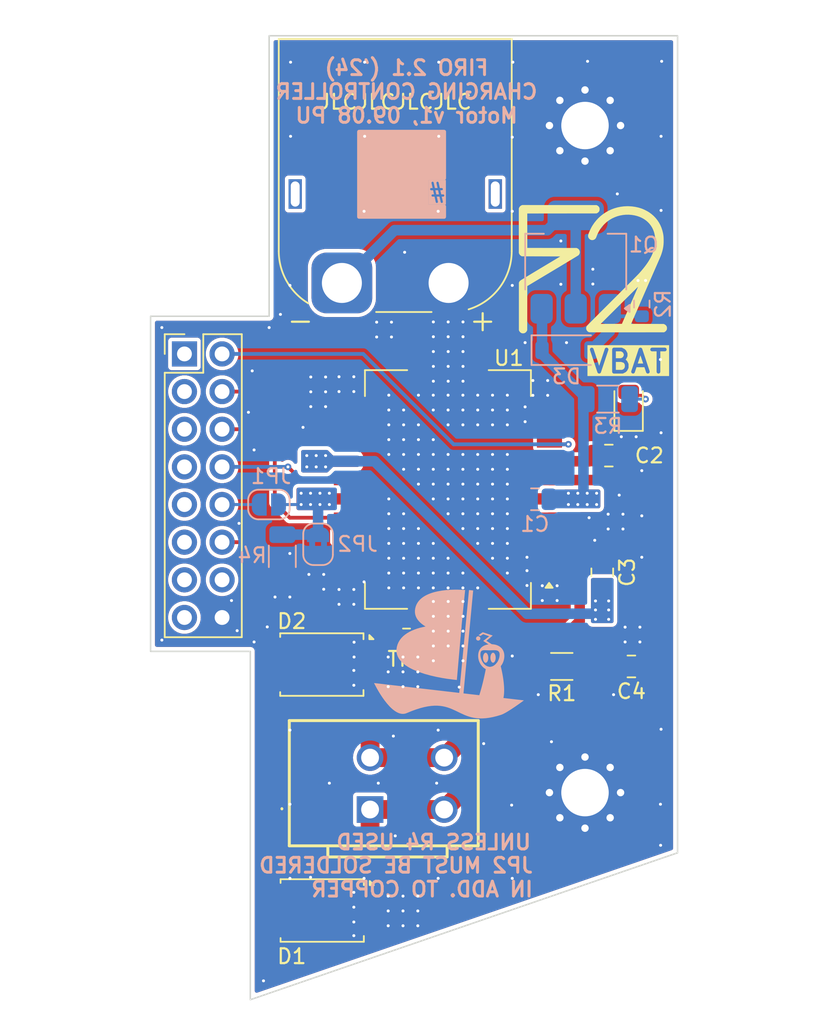
<source format=kicad_pcb>
(kicad_pcb (version 20240108) (generator "pcbnew") (generator_version "8.0")
  (layers (0 "F.Cu" signal) (1 "In1.Cu" signal) (2 "In2.Cu" signal) (31 "B.Cu" signal) (34 "B.Paste" user) (35 "F.Paste" user) (36 "B.SilkS" user "B.Silkscreen") (37 "F.SilkS" user "F.Silkscreen") (38 "B.Mask" user) (39 "F.Mask" user) (44 "Edge.Cuts" user))
  (net 0 "")
  (net 1 "+BATT")
  (net 2 "GND")
  (net 3 "Net-(U1-BOOT1)")
  (net 4 "Net-(D1-K)")
  (net 5 "Net-(U1-BOOT2)")
  (net 6 "Net-(D2-K)")
  (net 7 "Net-(C4-Pad2)")
  (net 8 "Net-(D3-A)")
  (net 9 "Net-(J2-Pin_1)")
  (net 11 "Net-(J3-Pin_2)")
  (net 12 "Net-(J3-Pin_8)")
  (net 14 "Net-(J3-Pin_10)")
  (net 15 "+3.3V")
  (net 16 "+5V")
  (net 18 "Net-(J3-Pin_12)")
  (net 20 "Net-(J3-Pin_6)")
  (net 22 "Net-(J3-Pin_4)")
  (net 25 "Net-(D4-A)")
  (net 26 "Net-(JP1-B)")
  (footprint "firo_footprints:WAGO 2601-3102" (layer "F.Cu") (at 145.736126 118.25117 90)
    (property "Reference" "J1" (hide yes))
    (property "Value" "??" (hide yes))
  )
  (footprint "Package_TO_SOT_SMD:TO-277B" (layer "F.Cu") (at 137.506126 125.06317 -90)
    (property "Reference" "D1")
    (property "Value" "DST5100S")
  )
  (footprint "Package_SO:HSOP-20-1EP_11.0x15.9mm_P1.27mm_SlugDown" (layer "F.Cu") (at 145.990126 96.66117 180)
    (property "Reference" "U1")
    (property "Value" "L6201PS")
  )
  (footprint "Capacitor_SMD:C_0805_2012Metric" (layer "F.Cu") (at 158.370126 108.59917 180)
    (property "Reference" "C4")
    (property "Value" "??")
  )
  (footprint "Resistor_SMD:R_0603_1608Metric" (layer "F.Cu") (at 143.196126 106.56717)
    (property "Reference" "TH1")
    (property "Value" "Board_TH")
  )
  (footprint "Capacitor_SMD:C_0805_2012Metric" (layer "F.Cu") (at 156.846126 94.37517)
    (property "Reference" "C2")
    (property "Value" "10nF")
  )
  (footprint "MountingHole:MountingHole_3.2mm_M3_Pad_Via" (layer "F.Cu") (at 155.239126 117.11017)
    (property "Reference" "H2" (hide yes))
    (property "Value" "MountingHole_Pad")
  )
  (footprint "firo_ID:F2_med" (layer "F.Cu") (at 155.769126 81.80217)
    (property "Reference" "REF**" (hide yes))
    (property "Value" "F2_med")
  )
  (footprint "Resistor_SMD:R_1206_3216Metric" (layer "F.Cu") (at 153.671626 108.59917 180)
    (property "Reference" "R1")
    (property "Value" "10")
  )
  (footprint "LED_SMD:LED_0805_2012Metric" (layer "F.Cu") (at 158.182126 91.02467 90)
    (property "Reference" "D4" (hide yes))
    (property "Value" "G2V4")
  )
  (footprint "MountingHole:MountingHole_3.2mm_M3_Pad_Via" (layer "F.Cu") (at 155.239126 72.11017)
    (property "Reference" "H1" (hide yes))
    (property "Value" "MountingHole_Pad")
  )
  (footprint "Package_TO_SOT_SMD:TO-277B" (layer "F.Cu") (at 137.481126 108.47217 -90)
    (property "Reference" "D2")
    (property "Value" "DST5100S")
  )
  (footprint "Capacitor_SMD:C_0805_2012Metric" (layer "F.Cu") (at 156.404126 102.24917 -90)
    (property "Reference" "C3")
    (property "Value" "10nF")
  )
  (footprint "Connector_AMASS:AMASS_XT60PW-M_1x02_P7.20mm_Horizontal" (layer "F.Cu") (at 138.834126 82.72917)
    (property "Reference" "J2" (hide yes))
    (property "Value" "Conn_01x02_MountingPin")
  )
  (footprint "Connector_PinHeader_2.54mm:PinHeader_2x08_P2.54mm_Vertical" (layer "F.Cu") (at 128.210126 87.51717)
    (property "Reference" "J3" (hide yes))
    (property "Value" "B2B")
  )
  (footprint "Package_TO_SOT_SMD:SOT-223-3_TabPin2" (layer "B.Cu") (at 154.612126 81.31917 90)
    (property "Reference" "Q1")
    (property "Value" "DMP6023LE-13")
  )
  (footprint "Resistor_SMD:R_0603_1608Metric" (layer "B.Cu") (at 159.071126 84.15117 90)
    (property "Reference" "R2")
    (property "Value" "39k")
  )
  (footprint "Resistor_SMD:R_1206_3216Metric" (layer "B.Cu") (at 134.814126 101.17167 90)
    (property "Reference" "R4")
    (property "Value" "Current sense (opt)")
  )
  (footprint "Diode_SMD:D_SOD-123" (layer "B.Cu") (at 153.990126 87.263169)
    (property "Reference" "D3")
    (property "Value" "10V")
  )
  (footprint "Jumper:SolderJumper-2_P1.3mm_Bridged2Bar_RoundedPad1.0x1.5mm" (layer "B.Cu") (at 137.227126 100.35917 90)
    (property "Reference" "JP2")
    (property "Value" "Jumper_2_Small_Bridged")
  )
  (footprint "Jumper:SolderJumper-2_P1.3mm_Open_RoundedPad1.0x1.5mm" (layer "B.Cu") (at 133.910126 97.67717)
    (property "Reference" "JP1")
    (property "Value" "Jumper_2_Small_Open")
  )
  (footprint "Resistor_SMD:R_1206_3216Metric" (layer "B.Cu") (at 156.785126 90.56517)
    (property "Reference" "R3")
    (property "Value" "3k9")
  )
  (footprint "Capacitor_SMD:C_0805_2012Metric" (layer "B.Cu") (at 151.857526 97.32157)
    (property "Reference" "C1")
    (property "Value" "100nF")
  )
  (footprint "BLUE_ID:BLUE_boat_supersmall" (layer "B.Cu") (at 146.330126 108.89517 180)
    (property "Reference" "REF**" (hide yes))
    (property "Value" "BLUE_boat_supersmall")
  )
  (gr_poly (pts (xy 132.655126 107.58317) (xy 132.655126 131.082139) (xy 161.484126 121.17217) (xy 161.484126 66.05417) (xy 133.925126 66.05417) (xy 133.925126 84.97717) (xy 125.924126 84.97717) (xy 125.924126 107.58317)) (stroke (width 0.1)) (fill none) (layer "Edge.Cuts"))
  (gr_text "FIRO 2.1 ('24)\nCHARGING CONTROLLER\nMotor v1, 09.08 PU" (at 143.196126 72.02317 0) (layer "B.SilkS") (effects (font (size 1 1) (thickness 0.2) (bold yes)) (justify bottom mirror)))
  (gr_text "UNLESS R4 USED" (at 151.705126 121.04517 0) (layer "B.SilkS") (effects (font (size 1 1) (thickness 0.2) (bold yes)) (justify left bottom mirror)))
  (gr_text "#" (at 145.863126 77.19817 0) (layer "B.SilkS" knockout) (effects (font (size 1 1)) (justify left bottom mirror)))
  (gr_text "JP2 MUST BE SOLDERED\nIN ADD. TO COPPER" (at 151.832126 124.22017 0) (layer "B.SilkS") (effects (font (size 1 1) (thickness 0.2) (bold yes)) (justify left bottom mirror)))
  (gr_text "JLCJLCJLCJLC" (at 137.2 71.1 0) (layer "F.SilkS") (effects (font (size 1 1)) (justify left bottom)))
  (gr_text "VBAT" (at 155.388126 88.91417 0) (layer "F.SilkS" knockout) (effects (font (size 1.5 1.5) (thickness 0.25) (bold yes)) (justify left bottom)))
  (via (at 156.023126 96.91517) (size 0.45) (drill 0.2) (layers "F.Cu" "B.Cu") (net 1))
  (via (at 156.023126 97.67717) (size 0.45) (drill 0.2) (layers "F.Cu" "B.Cu") (net 1))
  (via (at 155.388126 96.91517) (size 0.45) (drill 0.2) (layers "F.Cu" "B.Cu") (net 1))
  (via (at 154.118126 97.67717) (size 0.45) (drill 0.2) (layers "F.Cu" "B.Cu") (net 1))
  (via (at 154.753126 97.67717) (size 0.45) (drill 0.2) (layers "F.Cu" "B.Cu") (net 1))
  (via (at 155.388126 97.67717) (size 0.45) (drill 0.2) (layers "F.Cu" "B.Cu") (net 1))
  (via (at 154.118126 96.91517) (size 0.45) (drill 0.2) (layers "F.Cu" "B.Cu") (net 1))
  (via (at 154.753126 96.91517) (size 0.45) (drill 0.2) (layers "F.Cu" "B.Cu") (net 1))
  (segment (start 152.340126 84.49717) (end 152.312126 84.46917) (width 0.7112) (layer "B.Cu") (net 1))
  (segment (start 155.134126 90.31117) (end 155.134126 97.29617) (width 0.7112) (layer "B.Cu") (net 1))
  (segment (start 152.340126 87.263169) (end 152.340126 87.51717) (width 0.7112) (layer "B.Cu") (net 1))
  (segment (start 152.340126 87.263169) (end 152.340126 84.49717) (width 0.7112) (layer "B.Cu") (net 1))
  (segment (start 152.340126 87.51717) (end 155.134126 90.31117) (width 0.7112) (layer "B.Cu") (net 1))
  (via (at 149 101.3) (size 0.45) (drill 0.2) (layers "F.Cu" "B.Cu") (net 2))
  (via (at 148 97.3) (size 0.45) (drill 0.2) (layers "F.Cu" "B.Cu") (net 2))
  (via (at 146.006126 106.21817) (size 0.45) (drill 0.2) (layers "F.Cu" "B.Cu") (net 2))
  (via (at 149 95.3) (size 0.45) (drill 0.2) (layers "F.Cu" "B.Cu") (net 2))
  (via (at 133.798126 105.93217) (size 0.45) (drill 0.2) (layers "F.Cu" "B.Cu") (net 2))
  (via (at 145 103.3) (size 0.45) (drill 0.2) (layers "F.Cu" "B.Cu") (net 2))
  (via (at 134.687126 84.85017) (size 0.45) (drill 0.2) (layers "F.Cu" "B.Cu") (net 2))
  (via (at 145.006126 108.21817) (size 0.45) (drill 0.2) (layers "F.Cu" "B.Cu") (net 2))
  (via (at 143 92.3) (size 0.45) (drill 0.2) (layers "F.Cu" "B.Cu") (net 2))
  (via (at 139.640126 89.05717) (size 0.45) (drill 0.2) (layers "F.Cu" "B.Cu") (net 2))
  (via (at 139.640126 125.83917) (size 0.45) (drill 0.2) (layers "F.Cu" "B.Cu") (net 2))
  (via (at 145.006126 107.21817) (size 0.45) (drill 0.2) (layers "F.Cu" "B.Cu") (net 2))
  (via (at 137.735126 91.07317) (size 0.45) (drill 0.2) (layers "F.Cu" "B.Cu") (net 2))
  (via (at 159.071126 101.23317) (size 0.45) (drill 0.2) (layers "F.Cu" "B.Cu") (net 2))
  (via (at 146 97.3) (size 0.45) (drill 0.2) (layers "F.Cu" "B.Cu") (net 2))
  (via (at 142 97.3) (size 0.45) (drill 0.2) (layers "F.Cu" "B.Cu") (net 2))
  (via (at 150 100.3) (size 0.45) (drill 0.2) (layers "F.Cu" "B.Cu") (net 2))
  (via (at 150 98.3) (size 0.45) (drill 0.2) (layers "F.Cu" "B.Cu") (net 2))
  (via (at 146.006126 105.21817) (size 0.45) (drill 0.2) (layers "F.Cu" "B.Cu") (net 2))
  (via (at 144 94.3) (size 0.45) (drill 0.2) (layers "F.Cu" "B.Cu") (net 2))
  (via (at 149 96.3) (size 0.45) (drill 0.2) (layers "F.Cu" "B.Cu") (net 2))
  (via (at 145 101.3) (size 0.45) (drill 0.2) (layers "F.Cu" "B.Cu") (net 2))
  (via (at 139.640126 124.83917) (size 0.45) (drill 0.2) (layers "F.Cu" "B.Cu") (net 2))
  (via (at 152.975126 113.67917) (size 0.45) (drill 0.2) (layers "F.Cu" "B.Cu") (net 2))
  (via (at 151.197126 92.08917) (size 0.45) (drill 0.2) (layers "F.Cu" "B.Cu") (net 2))
  (via (at 143.958126 126.09317) (size 0.45) (drill 0.2) (layers "F.Cu" "B.Cu") (net 2))
  (via (at 151.197126 91.08917) (size 0.45) (drill 0.2) (layers "F.Cu" "B.Cu") (net 2))
  (via (at 152.721126 90.31117) (size 0.45) (drill 0.2) (layers "F.Cu" "B.Cu") (net 2))
  (via (at 160.412166 67.777156) (size 0.45) (drill 0.2) (layers "F.Cu" "B.Cu") (net 2))
  (via (at 144 103.3) (size 0.45) (drill 0.2) (layers "F.Cu" "B.Cu") (net 2))
  (via (at 160.341126 120.66417) (size 0.45) (drill 0.2) (layers "F.Cu" "B.Cu") (net 2))
  (via (at 132.528126 91.45417) (size 0.45) (drill 0.2) (layers "F.Cu" "B.Cu") (net 2))
  (via (at 159.071126 95.39117) (size 0.45) (drill 0.2) (layers "F.Cu" "B.Cu") (net 2))
  (via (at 126.686126 106.82117) (size 0.45) (drill 0.2) (layers "F.Cu" "B.Cu") (net 2))
  (via (at 139.640126 90.05717) (size 0.45) (drill 0.2) (layers "F.Cu" "B.Cu") (net 2))
  (via (at 157.801126 98.32817) (size 0.45) (drill 0.2) (layers "F.Cu" "B.Cu") (net 2))
  (via (at 143.958126 109.96417) (size 0.45) (drill 0.2) (layers "F.Cu" "B.Cu") (net 2))
  (via (at 147.006126 105.21817) (size 0.45) (drill 0.2) (layers "F.Cu" "B.Cu") (net 2))
  (via (at 136.211126 92.47017) (size 0.45) (drill 0.2) (layers "F.Cu" "B.Cu") (net 2))
  (via (at 146.006126 104.21817) (size 0.45) (drill 0.2) (layers "F.Cu" "B.Cu") (net 2))
  (via (at 146.006126 86.35817) (size 0.45) (drill 0.2) (layers "F.Cu" "B.Cu") (net 2))
  (via (at 143 102.3) (size 0.45) (drill 0.2) (layers "F.Cu" "B.Cu") (net 2))
  (via (at 145.006126 104.21817) (size 0.45) (drill 0.2) (layers "F.Cu" "B.Cu") (net 2))
  (via (at 160.330126 117.89517) (size 0.45) (drill 0.2) (layers "F.Cu" "B.Cu") (net 2))
  (via (at 148 92.3) (size 0.45) (drill 0.2) (layers "F.Cu" "B.Cu") (net 2))
  (via (at 146.006126 107.21817) (size 0.45) (drill 0.2) (layers "F.Cu" "B.Cu") (net 2))
  (via (at 143 98.3) (size 0.45) (drill 0.2) (layers "F.Cu" "B.Cu") (net 2))
  (via (at 147.006126 89.35817) (size 0.45) (drill 0.2) (layers "F.Cu" "B.Cu") (net 2))
  (via (at 147.006126 106.21817) (size 0.45) (drill 0.2) (layers "F.Cu" "B.Cu") (net 2))
  (via (at 145.006126 106.21817) (size 0.45) (drill 0.2) (layers "F.Cu" "B.Cu") (net 2))
  (via (at 158.817126 82.56417) (size 0.45) (drill 0.2) (layers "F.Cu" "B.Cu") (net 2))
  (via (at 134.322126 103.91617) (size 0.45) (drill 0.2) (layers "F.Cu" "B.Cu") (net 2))
  (via (at 131.893126 98.94717) (size 0.45) (drill 0.2) (layers "F.Cu" "B.Cu") (net 2))
  (via (at 141.958126 125.09317) (size 0.45) (drill 0.2) (layers "F.Cu" "B.Cu") (net 2))
  (via (at 145 100.3) (size 0.45) (drill 0.2) (layers "F.Cu" "B.Cu") (net 2))
  (via (at 148 94.3) (size 0.45) (drill 0.2) (layers "F.Cu" "B.Cu") (net 2))
  (via (at 131.385126 104.15417) (size 0.45) (drill 0.2) (layers "F.Cu" "B.Cu") (net 2))
  (via (at 139.640126 126.76017) (size 0.45) (drill 0.2) (layers "F.Cu" "B.Cu") (net 2))
  (via (at 144 92.3) (size 0.45) (drill 0.2) (layers "F.Cu" "B.Cu") (net 2))
  (via (at 151.721126 89.31117) (size 0.45) (drill 0.2) (layers "F.Cu" "B.Cu") (net 2))
  (via (at 147 95.3) (size 0.45) (drill 0.2) (layers "F.Cu" "B.Cu") (net 2))
  (via (at 145 93.3) (size 0.45) (drill 0.2) (layers "F.Cu" "B.Cu") (net 2))
  (via (at 147 94.3) (size 0.45) (drill 0.2) (layers "F.Cu" "B.Cu") (net 2))
  (via (at 135.330126 112.89517) (size 0.45) (drill 0.2) (layers "F.Cu" "B.Cu") (net 2))
  (via (at 151.324126 102.13817) (size 0.45) (drill 0.2) (layers "F.Cu" "B.Cu") (net 2))
  (via (at 143 103.3) (size 0.45) (drill 0.2) (layers "F.Cu" "B.Cu") (net 2))
  (via (at 145 97.3) (size 0.45) (drill 0.2) (layers "F.Cu" "B.Cu") (net 2))
  (via (at 144 101.3) (size 0.45) (drill 0.2) (layers "F.Cu" "B.Cu") (net 2))
  (via (at 135.322126 100.97917) (size 0.45) (drill 0.2) (layers "F.Cu" "B.Cu") (net 2))
  (via (at 141.180126 86.37417) (size 0.45) (drill 0.2) (layers "F.Cu" "B.Cu") (net 2))
  (via (at 150 91.3) (size 0.45) (drill 0.2) (layers "F.Cu" "B.Cu") (net 2))
  (via (at 147 90.3) (size 0.45) (drill 0.2) (layers "F.Cu" "B.Cu") (net 2))
  (via (at 143 100.3) (size 0.45) (drill 0.2) (layers "F.Cu" "B.Cu") (net 2))
  (via (at 159.325126 82.56417) (size 0.45) (drill 0.2) (layers "F.Cu" "B.Cu") (net 2))
  (via (at 158.944126 105.94817) (size 0.45) (drill 0.2) (layers "F.Cu" "B.Cu") (net 2))
  (via (at 146 92.3) (size 0.45) (drill 0.2) (layers "F.Cu" "B.Cu") (net 2))
  (via (at 141.958126 124.09317) (size 0.45) (drill 0.2) (layers "F.Cu" "B.Cu") (net 2))
  (via (at 143.958126 107.96417) (size 0.45) (drill 0.2) (layers "F.Cu" "B.Cu") (net 2))
  (via (at 141.958126 108.96417) (size 0.45) (drill 0.2) (layers "F.Cu" "B.Cu") (net 2))
  (via (at 146.006126 87.35817) (size 0.45) (drill 0.2) (layers "F.Cu" "B.Cu") (net 2))
  (via (at 147.006126 88.35817) (size 0.45) (drill 0.2) (layers "F.Cu" "B.Cu") (net 2))
  (via (at 153.991126 86.75517) (size 0.45) (drill 0.2) (layers "F.Cu" "B.Cu") (net 2))
  (via (at 137.989126 116.47317) (size 0.45) (drill 0.2) (layers "F.Cu" "B.Cu") (net 2))
  (via (at 160.330126 87.89517) (size 0.45) (drill 0.2) (layers "F.Cu" "B.Cu") (net 2))
  (via (at 143 94.3) (size 0.45) (drill 0.2) (layers "F.Cu" "B.Cu") (net 2))
  (via (at 147 103.3) (size 0.45) (drill 0.2) (layers "F.Cu" "B.Cu") (net 2))
  (via (at 157.944126 106.94817) (size 0.45) (drill 0.2) (layers "F.Cu" "B.Cu") (net 2))
  (via (at 145.330126 122.89517) (size 0.45) (drill 0.2) (layers "F.Cu" "B.Cu") (net 2))
  (via (at 140.330126 102.89517) (size 0.45) (drill 0.2) (layers "F.Cu" "B.Cu") (net 2))
  (via (at 158.690126 93.10517) (size 0.45) (drill 0.2) (layers "F.Cu" "B.Cu") (net 2))
  (via (at 143 91.3) (size 0.45) (drill 0.2) (layers "F.Cu" "B.Cu") (net 2))
  (via (at 136.735126 90.07317) (size 0.45) (drill 0.2) (layers "F.Cu" "B.Cu") (net 2))
  (via (at 145.330126 77.89517) (size 0.45) (drill 0.2) (layers "F.Cu" "B.Cu") (net 2))
  (via (at 157.547126 97.04217) (size 0.45) (drill 0.2) (layers "F.Cu" "B.Cu") (net 2))
  (via (at 140.330126 122.89517) (size 0.45) (drill 0.2) (layers "F.Cu" "B.Cu") (net 2))
  (via (at 137.735126 90.07317) (size 0.45) (drill 0.2) (layers "F.Cu" "B.Cu") (net 2))
  (via (at 143.958126 124.09317) (size 0.45) (drill 0.2) (layers "F.Cu" "B.Cu") (net 2))
  (via (at 142 98.3) (size 0.45) (drill 0.2) (layers "F.Cu" "B.Cu") (net 2))
  (via (at 139.656126 106.96417) (size 0.45) (drill 0.2) (layers "F.Cu" "B.Cu") (net 2))
  (via (at 152.086126 110.50417) (size 0.45) (drill 0.2) (layers "F.Cu" "B.Cu") (net 2))
  (via (at 142 90.3) (size 0.45) (drill 0.2) (layers "F.Cu" "B.Cu") (net 2))
  (via (at 159.071126 98.43917) (size 0.45) (drill 0.2) (layers "F.Cu" "B.Cu") (net 2))
  (via (at 145 91.3) (size 0.45) (drill 0.2) (layers "F.Cu" "B.Cu") (net 2))
  (via (at 140.371146 72.836163) (size 0.45) (drill 0.2) (layers "F.Cu" "B.Cu") (net 2))
  (via (at 160.371146 112.836163) (size 0.45) (drill 0.2) (layers "F.Cu" "B.Cu") (net 2))
  (via (at 151.721126 90.31117) (size 0.45) (drill 0.2) (layers "F.Cu" "B.Cu") (net 2))
  (via (at 151.324126 103.13817) (size 0.45) (drill 0.2) (layers "F.Cu" "B.Cu") (net 2))
  (via (at 135.330126 117.89517) (size 0.45) (drill 0.2) (layers "F.Cu" "B.Cu") (net 2))
  (via (at 148 98.3) (size 0.45) (drill 0.2) (layers "F.Cu" "B.Cu") (net 2))
  (via (at 146.752126 109.99617) (size 0.45) (drill 0.2) (layers "F.Cu" "B.Cu") (net 2))
  (via (at 148 95.3) (size 0.45) (drill 0.2) (layers "F.Cu" "B.Cu") (net 2))
  (via (at 147.006126 87.35817) (size 0.45) (drill 0.2) (layers "F.Cu" "B.Cu") (net 2))
  (via (at 142 92.3) (size 0.45) (drill 0.2) (layers "F.Cu" "B.Cu") (net 2))
  (via (at 139.640126 123.83917) (size 0.45) (drill 0.2) (layers "F.Cu" "B.Cu") (net 2))
  (via (at 133.925126 85.73917) (size 0.45) (drill 0.2) (layers "F.Cu" "B.Cu") (net 2))
  (via (at 143 93.3) (size 0.45) (drill 0.2) (layers "F.Cu" "B.Cu") (net 2))
  (via (at 147 99.3) (size 0.45) (drill 0.2) (layers "F.Cu" "B.Cu") (net 2))
  (via (at 155.769126 81.80217) (size 0.45) (drill 0.2) (layers "F.Cu" "B.Cu") (net 2))
  (via (at 132.909126 106.94817) (size 0.45) (drill 0.2) (layers "F.Cu" "B.Cu") (net 2))
  (via (at 138.640126 103.40817) (size 0.45) (drill 0.2) (layers "F.Cu" "B.Cu") (net 2))
  (via (at 150.330126 82.89517) (size 0.45) (drill 0.2) (layers "F.Cu" "B.Cu") (net 2))
  (via (at 144 95.3) (size 0.45) (drill 0.2) (layers "F.Cu" "B.Cu") (net 2))
  (via (at 149 91.3) (size 0.45) (drill 0.2) (layers "F.Cu" "B.Cu") (net 2))
  (via (at 150.330126 107.89517) (size 0.45) (drill 0.2) (layers "F.Cu" "B.Cu") (net 2))
  (via (at 126.686126 85.73917) (size 0.45) (drill 0.2) (layers "F.Cu" "B.Cu") (net 2))
  (via (at 150.289106 117.954177) (size 0.45) (drill 0.2) (layers "F.Cu" "B.Cu") (net 2))
  (via (at 146 95.3) (size 0.45) (drill 0.2) (layers "F.Cu" "B.Cu") (net 2))
  (via (at 152.721126 89.31117) (size 0.45) (drill 0.2) (layers "F.Cu" "B.Cu") (net 2))
  (via (at 150.330126 122.89517) (size 0.45) (drill 0.2) (layers "F.Cu" "B.Cu") (net 2))
  (via (at 145.371146 67.836163) (size 0.45) (drill 0.2) (layers "F.Cu" "B.Cu") (net 2))
  (via (at 142.958126 107.96417) (size 0.45) (drill 0.2) (layers "F.Cu" "B.Cu") (net 2))
  (via (at 148.403126 113.80617) (size 0.45) (drill 0.2) (layers "F.Cu" "B.Cu") (net 2))
  (via (at 145.228126 116.47317) (size 0.45) (drill 0.2) (layers "F.Cu" "B.Cu") (net 2))
  (via (at 142.958126 109.96417) (size 0.45) (drill 0.2) (layers "F.Cu" "B.Cu") (net 2))
  (via (at 155.769126 82.80217) (size 0.45) (drill 0.2) (layers "F.Cu" "B.Cu") (net 2))
  (via (at 157.420126 76.72217) (size 0.45) (drill 0.2) (layers "F.Cu" "B.Cu") (net 2))
  (via (at 145.330126 112.89517) (size 0.45) (drill 0.2) (layers "F.Cu" "B.Cu") (net 2))
  (via (at 138.640126 104.40817) (size 0.45) (drill 0.2) (layers "F.Cu" "B.Cu") (net 2))
  (via (at 146 96.3) (size 0.45) (drill 0.2) (layers "F.Cu" "B.Cu") (net 2))
  (via (at 140.330126 77.89517) (size 0.45) (drill 0.2) (layers "F.Cu" "B.Cu") (net 2))
  (via (at 135.330126 82.89517) (size 0.45) (drill 0.2) (layers "F.Cu" "B.Cu") (net 2))
  (via (at 136.608126 102.39217) (size 0.45) (drill 0.2) (layers "F.Cu" "B.Cu") (net 2))
  (via (at 155.896126 100.09017) (size 0.45) (drill 0.2) (layers "F.Cu" "B.Cu") (net 2))
  (via (at 143 101.3) (size 0.45) (drill 0.2) (layers "F.Cu" "B.Cu") (net 2))
  (via (at 147.006126 107.21817) (size 0.45) (drill 0.2) (layers "F.Cu" "B.Cu") (net 2))
  (via (at 150.330126 72.89517) (size 0.45) (drill 0.2) (layers "F.Cu" "B.Cu") (net 2))
  (via (at 142 102.3) (size 0.45) (drill 0.2) (layers "F.Cu" "B.Cu") (net 2))
  (via (at 158.944126 106.94817) (size 0.45) (drill 0.2) (layers "F.Cu" "B.Cu") (net 2))
  (via (at 145.371146 72.836163) (size 0.45) (drill 0.2) (layers "F.Cu" "B.Cu") (net 2))
  (via (at 141.958126 107.96417) (size 0.45) (drill 0.2) (layers "F.Cu" "B.Cu") (net 2))
  (via (at 150.330126 77.89517) (size 0.45) (drill 0.2) (layers "F.Cu" "B.Cu") (net 2))
  (via (at 150 96.3) (size 0.45) (drill 0.2) (layers "F.Cu" "B.Cu") (net 2))
  (via (at 157.690126 93.10517) (size 0.45) (drill 0.2) (layers "F.Cu" "B.Cu") (net 2))
  (via (at 137.735126 89.07317) (size 0.45) (drill 0.2) (layers "F.Cu" "B.Cu") (net 2))
  (via (at 147 98.3) (size 0.45) (drill 0.2) (layers "F.Cu" "B.Cu") (net 2))
  (via (at 150 92.3) (size 0.45) (drill 0.2) (layers "F.Cu" "B.Cu") (net 2))
  (via (at 146 103.3) (size 0.45) (drill 0.2) (layers "F.Cu" "B.Cu") (net 2))
  (via (at 147 97.3) (size 0.45) (drill 0.2) (layers "F.Cu" "B.Cu") (net 2))
  (via (at 150 94.3) (size 0.45) (drill 0.2) (layers "F.Cu" "B.Cu") (net 2))
  (via (at 141.958126 109.96417) (size 0.45) (drill 0.2) (layers "F.Cu" "B.Cu") (net 2))
  (via (at 137.608126 103.39217) (size 0.45) (drill 0.2) (layers "F.Cu" "B.Cu") (net 2))
  (via (at 150 102.3) (size 0.45) (drill 0.2) (layers "F.Cu" "B.Cu") (net 2))
  (via (at 145 95.3) (size 0.45) (drill 0.2) (layers "F.Cu" "B.Cu") (net 2))
  (via (at 146 102.3) (size 0.45) (drill 0.2) (layers "F.Cu" "B.Cu") (net 2))
  (via (at 155.412166 67.777156) (size 0.45) (drill 0.2) (layers "F.Cu" "B.Cu") (net 2))
  (via (at 147 102.3) (size 0.45) (drill 0.2) (layers "F.Cu" "B.Cu") (net 2))
  (via (at 143 95.3) (size 0.45) (drill 0.2) (layers "F.Cu" "B.Cu") (net 2))
  (via (at 152.356126 104.15417) (size 0.45) (drill 0.2) (layers "F.Cu" "B.Cu") (net 2))
  (via (at 146.006126 88.35817) (size 0.45) (drill 0.2) (layers "F.Cu" "B.Cu") (net 2))
  (via (at 149 92.3) (size 0.45) (drill 0.2) (layers "F.Cu" "B.Cu") (net 2))
  (via (at 150 99.3) (size 0.45) (drill 0.2) (layers "F.Cu" "B.Cu") (net 2))
  (via (at 153.610126 79.89717) (size 0.45) (drill 0.2) (layers "F.Cu" "B.Cu") (net 2))
  (via (at 146 90.3) (size 0.45) (drill 0.2) (layers "F.Cu" "B.Cu") (net 2))
  (via (at 144 90.3) (size 0.45) (drill 0.2) (layers "F.Cu" "B.Cu") (net 2))
  (via (at 145.006126 87.35817) (size 0.45) (drill 0.2) (layers "F.Cu" "B.Cu") (net 2))
  (via (at 144 99.3) (size 0.45) (drill 0.2) (layers "F.Cu" "B.Cu") (net 2))
  (via (at 142 100.3) (size 0.45) (drill 0.2) (layers "F.Cu" "B.Cu") (net 2))
  (via (at 147.006126 108.21817) (size 0.45) (drill 0.2) (layers "F.Cu" "B.Cu") (net 2))
  (via (at 139.640126 109.86917) (size 0.45) (drill 0.2) (layers "F.Cu" "B.Cu") (net 2))
  (via (at 144 96.3) (size 0.45) (drill 0.2) (layers "F.Cu" "B.Cu") (net 2))
  (via (at 142 91.3) (size 0.45) (drill 0.2) (layers "F.Cu" "B.Cu") (net 2))
  (via (at 148 99.3) (size 0.45) (drill 0.2) (layers "F.Cu" "B.Cu") (net 2))
  (via (at 139.640126 103.40817) (size 0.45) (drill 0.2) (layers "F.Cu" "B.Cu") (net 2))
  (via (at 157.801126 99.32817) (size 0.45) (drill 0.2) (layers "F.Cu" "B.Cu") (net 2))
  (via (at 149 97.3) (size 0.45) (drill 0.2) (layers "F.Cu" "B.Cu") (net 2))
  (via (at 135.371146 72.836163) (size 0.45) (drill 0.2) (layers "F.Cu" "B.Cu") (net 2))
  (via (at 160.371146 77.836163) (size 0.45) (drill 0.2) (layers "F.Cu" "B.Cu") (net 2))
  (via (at 141.958126 126.09317) (size 0.45) (drill 0.2) (layers "F.Cu" "B.Cu") (net 2))
  (via (at 145.006126 85.35817) (size 0.45) (drill 0.2) (layers "F.Cu" "B.Cu") (net 2))
  (via (at 148 96.3) (size 0.45) (drill 0.2) (layers "F.Cu" "B.Cu") (net 2))
  (via (at 136.735126 89.07317) (size 0.45) (drill 0.2) (layers "F.Cu" "B.Cu") (net 2))
  (via (at 133.544126 129.80817) (size 0.45) (drill 0.2) (layers "F.Cu" "B.Cu") (net 2))
  (via (at 160.371146 92.836163) (size 0.45) (drill 0.2) (layers "F.Cu" "B.Cu") (net 2))
  (via (at 135.322126 103.91617) (size 0.45) (drill 0.2) (layers "F.Cu" "B.Cu") (net 2))
  (via (at 143 99.3) (size 0.45) (drill 0.2) (layers "F.Cu" "B.Cu") (net 2))
  (via (at 145 90.3) (size 0.45) (drill 0.2) (layers "F.Cu" "B.Cu") (net 2))
  (via (at 150.371146 67.836163) (size 0.45) (drill 0.2) (layers "F.Cu" "B.Cu") (net 2))
  (via (at 139.640126 104.40817) (size 0.45) (drill 0.2) (layers "F.Cu" "B.Cu") (net 2))
  (via (at 149 94.3) (size 0.45) (drill 0.2) (layers "F.Cu" "B.Cu") (net 2))
  (via (at 142.180126 85.37417) (size 0.45) (drill 0.2) (layers "F.Cu" "B.Cu") (net 2))
  (via (at 135.330126 122.89517) (size 0.45) (drill 0.2) (layers "F.Cu" "B.Cu") (net 2))
  (via (at 142.434126 120.02917) (size 0.45) (drill 0.2) (layers "F.Cu" "B.Cu") (net 2))
  (via (at 146 101.3) (size 0.45) (drill 0.2) (layers "F.Cu" "B.Cu") (net 2))
  (via (at 143.958126 125.09317) (size 0.45) (drill 0.2) (layers "F.Cu" "B.Cu") (net 2))
  (via (at 144 102.3) (size 0.45) (drill 0.2) (layers "F.Cu" "B.Cu") (net 2))
  (via (at 145 102.3) (size 0.45) (drill 0.2) (layers "F.Cu" "B.Cu") (net 2))
  (via (at 146.006126 85.35817) (size 0.45) (drill 0.2) (layers "F.Cu" "B.Cu") (net 2))
  (via (at 139.656126 107.96417) (size 0.45) (drill 0.2) (layers "F.Cu" "B.Cu") (net 2))
  (via (at 142.958126 126.09317) (size 0.45) (drill 0.2) (layers "F.Cu" "B.Cu") (net 2))
  (via (at 147 96.3) (size 0.45) (drill 0.2) (layers "F.Cu" "B.Cu") (net 2))
  (via (at 150 95.3) (size 0.45) (drill 0.2) (layers "F.Cu" "B.Cu") (net 2))
  (via (at 147 92.3) (size 0.45) (drill 0.2) (layers "F.Cu" "B.Cu") (net 2))
  (via (at 142.958126 108.96417) (size 0.45) (drill 0.2) (layers "F.Cu" "B.Cu") (net 2))
  (via (at 145.006126 88.35817) (size 0.45) (drill 0.2) (layers "F.Cu" "B.Cu") (net 2))
  (via (at 150 97.3) (size 0.45) (drill 0.2) (layers "F.Cu" "B.Cu") (net 2))
  (via (at 137.608126 102.39217) (size 0.45) (drill 0.2) (layers "F.Cu" "B.Cu") (net 2))
  (via (at 138.640126 90.05717) (size 0.45) (drill 0.2) (layers "F.Cu" "B.Cu") (net 2))
  (via (at 156.801126 98.32817) (size 0.45) (drill 0.2) (layers "F.Cu" "B.Cu") (net 2))
  (via (at 142.180126 86.37417) (size 0.45) (drill 0.2) (layers "F.Cu" "B.Cu") (net 2))
  (via (at 143.069126 80.65917) (size 0.45) (drill 0.2) (layers "F.Cu" "B.Cu") (net 2))
  (via (at 150 101.3) (size 0.45) (drill 0.2) (layers "F.Cu" "B.Cu") (net 2))
  (via (at 136.719126 122.82317) (size 0.45) (drill 0.2) (layers "F.Cu" "B.Cu") (net 2))
  (via (at 149 100.3) (size 0.45) (drill 0.2) (layers "F.Cu" "B.Cu") (net 2))
  (via (at 145.006126 105.21817) (size 0.45) (drill 0.2) (layers "F.Cu" "B.Cu") (net 2))
  (via (at 142 94.3) (size 0.45) (drill 0.2) (layers "F.Cu" "B.Cu") (net 2))
  (via (at 152.356126 103.15417) (size 0.45) (drill 0.2) (layers "F.Cu" "B.Cu") (net 2))
  (via (at 147.006126 85.35817) (size 0.45) (drill 0.2) (layers "F.Cu" "B.Cu") (net 2))
  (via (at 142 93.3) (size 0.45) (drill 0.2) (layers "F.Cu" "B.Cu") (net 2))
  (via (at 143.958126 108.96417) (size 0.45) (drill 0.2) (layers "F.Cu" "B.Cu") (net 2))
  (via (at 141.291126 116.47317) (size 0.45) (drill 0.2) (layers "F.Cu" "B.Cu") (net 2))
  (via (at 139.640126 108.86917) (size 0.45) (drill 0.2) (layers "F.Cu" "B.Cu") (net 2))
  (via (at 147.006126 104.21817) (size 0.45) (drill 0.2) (layers "F.Cu" "B.Cu") (net 2))
  (via (at 151.324126 101.23317) (size 0.45) (drill 0.2) (layers "F.Cu" "B.Cu") (net 2))
  (via (at 140.371146 67.836163) (size 0.45) (drill 0.2) (layers "F.Cu" "B.Cu") (net 2))
  (via (at 136.735126 91.07317) (size 0.45) (drill 0.2) (layers "F.Cu" "B.Cu") (net 2))
  (via (at 144 93.3) (size 0.45) (drill 0.2) (layers "F.Cu" "B.Cu") (net 2))
  (via (at 142.958126 124.09317) (size 0.45) (drill 0.2) (layers "F.Cu" "B.Cu") (net 2))
  (via (at 153.610126 82.81817) (size 0.45) (drill 0.2) (layers "F.Cu" "B.Cu") (net 2))
  (via (at 148 103.3) (size 0.45) (drill 0.2) (layers "F.Cu" "B.Cu") (net 2))
  (via (at 160.371146 72.836163) (size 0.45) (drill 0.2) (layers "F.Cu" "B.Cu") (net 2))
  (via (at 148 100.3) (size 0.45) (drill 0.2) (layers "F.Cu" "B.Cu") (net 2))
  (via (at 132.909126 93.99417) (size 0.45) (drill 0.2) (layers "F.Cu" "B.Cu") (net 2))
  (via (at 145.006126 89.35817) (size 0.45) (drill 0.2) (layers "F.Cu" "B.Cu") (net 2))
  (via (at 149 99.3) (size 0.45) (drill 0.2) (layers "F.Cu" "B.Cu") (net 2))
  (via (at 132.782126 88.66017) (size 0.45) (drill 0.2) (layers "F.Cu" "B.Cu") (net 2))
  (via (at 150 90.3) (size 0.45) (drill 0.2) (layers "F.Cu" "B.Cu") (net 2))
  (via (at 145.006126 86.35817) (size 0.45) (drill 0.2) (layers "F.Cu" "B.Cu") (net 2))
  (via (at 148 90.3) (size 0.45) (drill 0.2) (layers "F.Cu" "B.Cu") (net 2))
  (via (at 146.006126 89.35817) (size 0.45) (drill 0.2) (layers "F.Cu" "B.Cu") (net 2))
  (via (at 157.944126 105.94817) (size 0.45) (drill 0.2) (layers "F.Cu" "B.Cu") (net 2))
  (via (at 142 99.3) (size 0.45) (drill 0.2) (layers "F.Cu" "B.Cu") (net 2))
  (via (at 151.197126 86.75517) (size 0.45) (drill 0.2) (layers "F.Cu" "B.Cu") (net 2))
  (via (at 145 96.3) (size 0.45) (drill 0.2) (layers "F.Cu" "B.Cu") (net 2))
  (via (at 153.356126 104.15417) (size 0.45) (drill 0.2) (layers "F.Cu" "B.Cu") (net 2))
  (via (at 153.356126 103.15417) (size 0.45) (drill 0.2) (layers "F.Cu" "B.Cu") (net 2))
  (via (at 146 98.3) (size 0.45) (drill 0.2) (layers "F.Cu" "B.Cu") (net 2))
  (via (at 147.006126 86.35817) (size 0.45) (drill 0.2) (layers "F.Cu" "B.Cu") (net 2))
  (via (at 145 94.3) (size 0.45) (drill 0.2) (layers "F.Cu" "B.Cu") (net 2))
  (via (at 131.766126 106.18617) (size 0.45) (drill 0.2) (layers "F.Cu" "B.Cu") (net 2))
  (via (at 157.166126 110.50417) (size 0.45) (drill 0.2) (layers "F.Cu" "B.Cu") (net 2))
  (via (at 146 91.3) (size 0.45) (drill 0.2) (layers "F.Cu" "B.Cu") (net 2))
  (via (at 142 103.3) (size 0.45) (drill 0.2) (layers "F.Cu" "B.Cu") (net 2))
  (via (at 149 98.3) (size 0.45) (drill 0.2) (layers "F.Cu" "B.Cu") (net 2))
  (via (at 144 100.3) (size 0.45) (drill 0.2) (layers "F.Cu" "B.Cu") (net 2))
  (via (at 135.371146 67.836163) (size 0.45) (drill 0.2) (layers "F.Cu" "B.Cu") (net 2))
  (via (at 142 101.3) (size 0.45) (drill 0.2) (layers "F.Cu" "B.Cu") (net 2))
  (via (at 148 91.3) (size 0.45) (drill 0.2) (layers "F.Cu" "B.Cu") (net 2))
  (via (at 149 90.3) (size 0.45) (drill 0.2) (layers "F.Cu" "B.Cu") (net 2))
  (via (at 138.640126 89.05717) (size 0.45) (drill 0.2) (layers "F.Cu" "B.Cu") (net 2))
  (via (at 156.801126 99.32817) (size 0.45) (drill 0.2) (layers "F.Cu" "B.Cu") (net 2))
  (via (at 142.958126 125.09317) (size 0.45) (drill 0.2) (layers "F.Cu" "B.Cu") (net 2))
  (via (at 147 91.3) (size 0.45) (drill 0.2) (layers "F.Cu" "B.Cu") (net 2))
  (via (at 142.307126 113.29817) (size 0.45) (drill 0.2) (layers "F.Cu" "B.Cu") (net 2))
  (via (at 146 94.3) (size 0.45) (drill 0.2) (layers "F.Cu" "B.Cu") (net 2))
  (via (at 155.515126 98.56617) (size 0.45) (drill 0.2) (layers "F.Cu" "B.Cu") (net 2))
  (via (at 141.180126 85.37417) (size 0.45) (drill 0.2) (layers "F.Cu" "B.Cu") (net 2))
  (segment (start 155.515126 94.75617) (end 155.896126 94.37517) (width 0.7112) (layer "F.Cu") (net 3))
  (segment (start 152.840126 94.75617) (end 155.515126 94.75617) (width 0.7112) (layer "F.Cu") (net 3))
  (segment (start 152.086126 111.90117) (end 145.736126 118.25117) (width 1.27) (layer "F.Cu") (net 4))
  (segment (start 159.320126 108.59917) (end 159.972626 107.94667) (width 0.7112) (layer "F.Cu") (net 4))
  (segment (start 157.796126 95.76717) (end 158.055126 96.02617) (width 0.7112) (layer "F.Cu") (net 4))
  (segment (start 157.796126 94.37517) (end 157.796126 95.76717) (width 0.7112) (layer "F.Cu") (net 4))
  (segment (start 159.320126 110.50917) (end 157.928126 111.90117) (width 1.27) (layer "F.Cu") (net 4))
  (segment (start 159.320126 108.59917) (end 159.320126 110.50917) (width 1.27) (layer "F.Cu") (net 4))
  (segment (start 159.972626 97.94367) (end 158.055126 96.02617) (width 0.7112) (layer "F.Cu") (net 4))
  (segment (start 140.736126 118.25117) (end 145.736126 118.25117) (width 1.27) (layer "F.Cu") (net 4))
  (segment (start 140.736126 118.25117) (end 140.736126 120.63317) (width 1.27) (layer "F.Cu") (net 4))
  (segment (start 157.928126 111.90117) (end 152.086126 111.90117) (width 1.27) (layer "F.Cu") (net 4))
  (segment (start 152.840126 96.02617) (end 158.055126 96.02617) (width 0.7112) (layer "F.Cu") (net 4))
  (segment (start 159.972626 107.94667) (end 159.972626 97.94367) (width 0.7112) (layer "F.Cu") (net 4))
  (segment (start 140.736126 120.63317) (end 136.306126 125.06317) (width 1.27) (layer "F.Cu") (net 4))
  (via (at 136.465126 95.13717) (size 0.45) (drill 0.2) (layers "F.Cu" "B.Cu") (net 5))
  (via (at 136.465126 94.37517) (size 0.45) (drill 0.2) (layers "F.Cu" "B.Cu") (net 5))
  (via (at 137.100126 95.13717) (size 0.45) (drill 0.2) (layers "F.Cu" "B.Cu") (net 5))
  (via (at 137.735126 95.13717) (size 0.45) (drill 0.2) (layers "F.Cu" "B.Cu") (net 5))
  (via (at 155.946926 104.78917) (size 0.45) (drill 0.2) (layers "F.Cu" "B.Cu") (net 5))
  (via (at 156.835926 104.17957) (size 0.45) (drill 0.2) (layers "F.Cu" "B.Cu") (net 5))
  (via (at 137.735126 94.37517) (size 0.45) (drill 0.2) (layers "F.Cu" "B.Cu") (net 5))
  (via (at 137.100126 94.37517) (size 0.45) (drill 0.2) (layers "F.Cu" "B.Cu") (net 5))
  (via (at 155.946926 105.42417) (size 0.45) (drill 0.2) (layers "F.Cu" "B.Cu") (net 5))
  (via (at 155.946926 104.17957) (size 0.45) (drill 0.2) (layers "F.Cu" "B.Cu") (net 5))
  (via (at 156.835926 105.42417) (size 0.45) (drill 0.2) (layers "F.Cu" "B.Cu") (net 5))
  (via (at 156.835926 104.78917) (size 0.45) (drill 0.2) (layers "F.Cu" "B.Cu") (net 5))
  (segment (start 141.037126 94.75617) (end 151.324126 105.04317) (width 0.7112) (layer "B.Cu") (net 5))
  (segment (start 139.259126 94.75617) (end 137.735126 94.75617) (width 0.7112) (layer "B.Cu") (net 5))
  (segment (start 151.324126 105.04317) (end 156.277126 105.04317) (width 0.7112) (layer "B.Cu") (net 5))
  (segment (start 139.259126 94.75617) (end 141.037126 94.75617) (width 0.7112) (layer "B.Cu") (net 5))
  (segment (start 156.404126 101.29917) (end 154.946126 101.29917) (width 0.7112) (layer "F.Cu") (net 6))
  (segment (start 152.209126 108.59917) (end 151.888126 108.59917) (width 1.27) (layer "F.Cu") (net 6))
  (segment (start 152.209126 108.22217) (end 152.209126 108.59917) (width 0.508) (layer "F.Cu") (net 6))
  (segment (start 140.736126 114.75117) (end 140.736126 112.92717) (width 1.27) (layer "F.Cu") (net 6))
  (segment (start 152.840126 98.56617) (end 154.198126 98.56617) (width 0.7112) (layer "F.Cu") (net 6))
  (segment (start 154.880126 99.24817) (end 154.880126 101.23317) (width 0.7112) (layer "F.Cu") (net 6))
  (segment (start 140.736126 112.92717) (end 136.281126 108.47217) (width 1.27) (layer "F.Cu") (net 6))
  (segment (start 154.946126 101.29917) (end 154.880126 101.23317) (width 0.7112) (layer "F.Cu") (net 6))
  (segment (start 151.888126 108.59917) (end 145.736126 114.75117) (width 1.27) (layer "F.Cu") (net 6))
  (segment (start 140.736126 114.75117) (end 145.736126 114.75117) (width 1.27) (layer "F.Cu") (net 6))
  (segment (start 154.198126 98.56617) (end 154.880126 99.24817) (width 0.7112) (layer "F.Cu") (net 6))
  (segment (start 154.880126 101.23317) (end 154.880126 105.55117) (width 0.7112) (layer "F.Cu") (net 6))
  (segment (start 154.880126 105.55117) (end 152.209126 108.22217) (width 0.7112) (layer "F.Cu") (net 6))
  (segment (start 155.134126 108.59917) (end 157.420126 108.59917) (width 1.27) (layer "F.Cu") (net 7))
  (segment (start 157.419126 84.97617) (end 156.912126 84.46917) (width 0.254) (layer "B.Cu") (net 8))
  (segment (start 156.912126 85.991169) (end 155.640126 87.263169) (width 0.7112) (layer "B.Cu") (net 8))
  (segment (start 156.912126 84.46917) (end 156.912126 85.991169) (width 0.7112) (layer "B.Cu") (net 8))
  (segment (start 159.071126 84.97617) (end 157.419126 84.97617) (width 0.254) (layer "B.Cu") (net 8))
  (segment (start 138.834126 82.72917) (end 142.394126 79.16917) (width 0.7112) (layer "B.Cu") (net 9))
  (segment (start 142.394126 79.16917) (end 152.694153 79.16917) (width 0.7112) (layer "B.Cu") (net 9))
  (segment (start 152.694153 79.16917) (end 153.694153 78.16917) (width 0.7112) (layer "B.Cu") (net 9))
  (segment (start 154.612126 78.16917) (end 154.612126 84.46917) (width 0.7112) (layer "B.Cu") (net 9))
  (segment (start 153.694153 78.16917) (end 154.612126 78.16917) (width 0.7112) (layer "B.Cu") (net 9))
  (segment (start 152.967126 93.61317) (end 152.840126 93.48617) (width 0.254) (layer "F.Cu") (net 11))
  (segment (start 154.118126 93.61317) (end 152.967126 93.61317) (width 0.254) (layer "F.Cu") (net 11))
  (via (at 154.118126 93.61317) (size 0.45) (drill 0.2) (layers "F.Cu" "B.Cu") (net 11))
  (segment (start 140.275126 87.51717) (end 130.750126 87.51717) (width 0.254) (layer "B.Cu") (net 11))
  (segment (start 146.371126 93.61317) (end 140.275126 87.51717) (width 0.254) (layer "B.Cu") (net 11))
  (segment (start 154.118126 93.61317) (end 146.371126 93.61317) (width 0.254) (layer "B.Cu") (net 11))
  (segment (start 135.195126 95.13717) (end 136.084126 96.02617) (width 0.254) (layer "F.Cu") (net 12))
  (segment (start 136.084126 96.02617) (end 139.140126 96.02617) (width 0.254) (layer "F.Cu") (net 12))
  (via (at 135.195126 95.13717) (size 0.45) (drill 0.2) (layers "F.Cu" "B.Cu") (net 12))
  (segment (start 135.195126 95.13717) (end 130.750126 95.13717) (width 0.254) (layer "B.Cu") (net 12))
  (segment (start 133.148126 97.67717) (end 130.750126 97.67717) (width 0.2) (layer "B.Cu") (net 14))
  (segment (start 142.371126 106.56717) (end 141.355126 105.55117) (width 0.254) (layer "F.Cu") (net 18))
  (segment (start 137.989126 105.55117) (end 132.655126 100.21717) (width 0.254) (layer "F.Cu") (net 18))
  (segment (start 132.655126 100.21717) (end 130.750126 100.21717) (width 0.254) (layer "F.Cu") (net 18))
  (segment (start 141.355126 105.55117) (end 137.989126 105.55117) (width 0.254) (layer "F.Cu") (net 18))
  (segment (start 133.290126 92.59717) (end 134.306126 93.61317) (width 0.254) (layer "F.Cu") (net 20))
  (segment (start 134.306126 97.55017) (end 135.322126 98.56617) (width 0.254) (layer "F.Cu") (net 20))
  (segment (start 134.306126 93.61317) (end 134.306126 97.55017) (width 0.254) (layer "F.Cu") (net 20))
  (segment (start 130.750126 92.59717) (end 133.290126 92.59717) (width 0.254) (layer "F.Cu") (net 20))
  (segment (start 135.322126 98.56617) (end 139.140126 98.56617) (width 0.254) (layer "F.Cu") (net 20))
  (segment (start 135.830126 93.48617) (end 139.140126 93.48617) (width 0.254) (layer "F.Cu") (net 22))
  (segment (start 130.750126 90.05717) (end 132.401126 90.05717) (width 0.254) (layer "F.Cu") (net 22))
  (segment (start 132.401126 90.05717) (end 135.830126 93.48617) (width 0.254) (layer "F.Cu") (net 22))
  (segment (start 159.325126 90.56517) (end 159.071126 90.31117) (width 0.2) (layer "F.Cu") (net 25))
  (segment (start 159.071126 90.31117) (end 158.406126 90.31117) (width 0.2) (layer "F.Cu") (net 25))
  (segment (start 158.406126 90.31117) (end 158.182126 90.08717) (width 0.2) (layer "F.Cu") (net 25))
  (via (at 159.325126 90.56517) (size 0.45) (drill 0.2) (layers "F.Cu" "B.Cu") (net 25))
  (segment (start 158.247626 90.56517) (end 159.325126 90.56517) (width 0.2) (layer "B.Cu") (net 25))
  (via (at 137.354126 97.67717) (size 0.45) (drill 0.2) (layers "F.Cu" "B.Cu") (net 26))
  (via (at 137.989126 96.91517) (size 0.45) (drill 0.2) (layers "F.Cu" "B.Cu") (net 26))
  (via (at 136.084126 97.67717) (size 0.45) (drill 0.2) (layers "F.Cu" "B.Cu") (net 26))
  (via (at 137.354126 96.91517) (size 0.45) (drill 0.2) (layers "F.Cu" "B.Cu") (net 26))
  (via (at 136.719126 96.91517) (size 0.45) (drill 0.2) (layers "F.Cu" "B.Cu") (net 26))
  (via (at 136.084126 96.91517) (size 0.45) (drill 0.2) (layers "F.Cu" "B.Cu") (net 26))
  (via (at 137.989126 97.67717) (size 0.45) (drill 0.2) (layers "F.Cu" "B.Cu") (net 26))
  (via (at 136.719126 97.67717) (size 0.45) (drill 0.2) (layers "F.Cu" "B.Cu") (net 26))
  (segment (start 134.814126 99.77067) (end 134.875626 99.70917) (width 0.7112) (layer "B.Cu") (net 26))
  (segment (start 134.448126 97.67717) (end 136.084126 97.67717) (width 0.2) (layer "B.Cu") (net 26))
  (segment (start 134.875626 99.70917) (end 137.227126 99.70917) (width 0.7112) (layer "B.Cu") (net 26))
  (segment (start 137.227126 99.70917) (end 137.227126 97.42317) (width 0.7112) (layer "B.Cu") (net 26))
  (zone (net 1) (net_name "+BATT") (layer "F.Cu") (priority 2) (connect_pads yes (clearance 0.25)) (min_thickness 0.25) (fill yes (thermal_gap 0.5) (thermal_bridge_width 0.5))
    (polygon (pts (xy 153.610126 96.91517) (xy 153.864126 96.66117) (xy 156.277126 96.66117) (xy 156.277126 97.93117) (xy 153.864126 97.93117) (xy 153.610126 97.67717) (xy 151.959126 97.67717) (xy 151.959126 96.91517)))
  )
  (zone (net 26) (net_name "Net-(JP1-B)") (layer "F.Cu") (priority 2) (connect_pads yes (clearance 0.25)) (min_thickness 0.25) (fill yes (thermal_gap 0.5) (thermal_bridge_width 0.5))
    (polygon (pts (xy 138.433626 97.67717) (xy 138.052626 98.05817) (xy 135.766626 98.05817) (xy 135.766626 96.53417) (xy 138.052626 96.53417) (xy 138.433626 96.91517) (xy 140.084626 96.91517) (xy 140.084626 97.67717)))
  )
  (zone (net 2) (net_name "GND") (layers "F.Cu" "In1.Cu" "In2.Cu" "B.Cu") (connect_pads yes (clearance 0.25)) (min_thickness 0.25) (fill yes (thermal_gap 0.5) (thermal_bridge_width 0.5))
    (polygon (pts (xy 115.764126 63.64117) (xy 171.771126 63.64117) (xy 171.771126 132.72917) (xy 116.018126 132.72917) (xy 115.891126 132.60217) (xy 115.764126 132.60217)))
  )
  (zone (net 5) (net_name "Net-(U1-BOOT2)") (layers "F&B.Cu") (priority 1) (connect_pads yes (clearance 0.25)) (min_thickness 0.25) (fill yes (thermal_gap 0.5) (thermal_bridge_width 0.5))
    (polygon (pts (xy 155.642126 102.63017) (xy 155.642126 105.67817) (xy 157.166126 105.67817) (xy 157.166126 102.63017)))
  )
  (zone (net 5) (net_name "Net-(U1-BOOT2)") (layers "F&B.Cu") (priority 2) (connect_pads yes (clearance 0.25)) (min_thickness 0.25) (fill yes (thermal_gap 0.5) (thermal_bridge_width 0.5))
    (polygon (pts (xy 138.243126 94.37517) (xy 137.862126 93.99417) (xy 136.084126 93.99417) (xy 136.084126 95.51817) (xy 137.862126 95.51817) (xy 138.243126 95.13717) (xy 140.021126 95.13717) (xy 140.021126 94.37517)))
  )
  (zone (net 26) (net_name "Net-(JP1-B)") (layer "B.Cu") (priority 3) (connect_pads yes (clearance 0.25)) (min_thickness 0.25) (fill yes (thermal_gap 0.5) (thermal_bridge_width 0.5))
    (polygon (pts (xy 135.779326 98.05817) (xy 135.779326 96.53417) (xy 138.497126 96.53417) (xy 138.497126 98.05817)))
  )
  (zone (net 1) (net_name "+BATT") (layer "B.Cu") (priority 3) (connect_pads yes (clearance 0.25)) (min_thickness 0.25) (fill yes (thermal_gap 0.5) (thermal_bridge_width 0.5))
    (polygon (pts (xy 152.467126 97.93117) (xy 152.467126 96.66117) (xy 156.277126 96.66117) (xy 156.277126 97.93117)))
  )
  (zone (net 0) (net_name "") (layer "B.SilkS") (connect_pads (clearance 0)) (min_thickness 0.25) (fill yes (thermal_gap 0.5) (thermal_bridge_width 0.5))
    (polygon (pts (xy 145.863126 72.39817) (xy 139.863126 72.39817) (xy 139.863126 78.39817) (xy 145.863126 78.39817)))
  )
)
</source>
